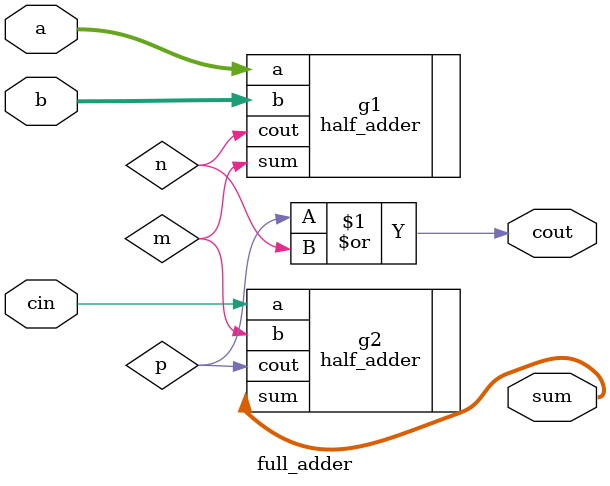
<source format=v>
`timescale 1ns / 1ps


module full_adder(a, b, cin, cout, sum);
input [3:0] a, b; 
input cin;
output cout; 
output [3:0] sum;
wire m, n, p;
half_adder g1(.cout(n), .sum(m), .a(a), .b(b));
half_adder g2(.cout(p), .sum(sum), .a(cin), .b(m));
or g3(cout, p, n);

endmodule

</source>
